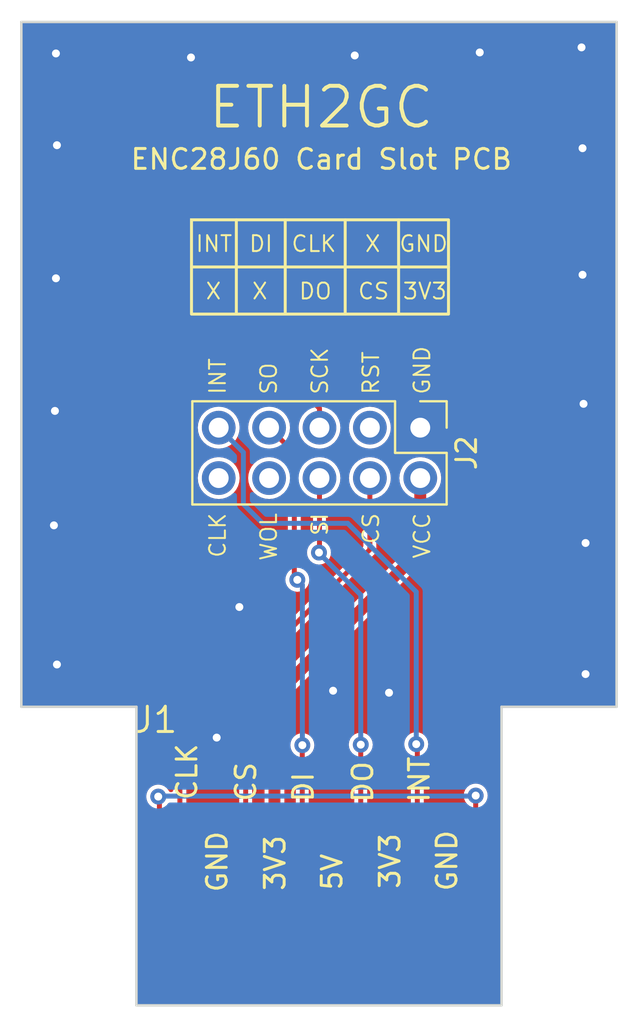
<source format=kicad_pcb>
(kicad_pcb (version 20221018) (generator pcbnew)
  (layers (0 "F.Cu" signal) (31 "B.Cu" signal) (34 "B.Paste" user) (35 "F.Paste" user) (36 "B.SilkS" user "B.Silkscreen") (37 "F.SilkS" user "F.Silkscreen") (38 "B.Mask" user) (39 "F.Mask" user) (44 "Edge.Cuts" user))
  (net 0 "")
  (net 1 "Net-(J1-EXTIN)")
  (net 5 "/SCK")
  (net 6 "/GND")
  (net 7 "/CS")
  (net 8 "/VCC")
  (net 9 "/SO")
  (net 10 "/SI")
  (net 11 "/INT")
  (net 12 "/RST")
  (net 13 "/WOL")
  (net 14 "/CLK")
  (footprint "Library:GC_MEMCARD" (layer "F.Cu") (at 130.048 122.809)
    (fp_text reference "J1" (at 0.9144 -14.3256) (layer "F.SilkS") (effects (font (size 1.27 1.27))))
    (fp_text value "~")
    (pad "1" smd rect (at 17.05 -7.58) (size 1.187403 3.771756) (layers "F.Cu" "F.Mask") (net 1 "Net-(J1-EXTIN)"))
    (pad "2" smd rect (at 15.6 -2.78) (size 1.187403 4.679771) (layers "F.Cu" "F.Mask"))
    (pad "3" smd rect (at 14.1 -7.38) (size 1.187403 4.19084) (layers "F.Cu" "F.Mask") (net 11 "/INT"))
    (pad "4" smd rect (at 12.7 -3.03) (size 1.187403 4.19084) (layers "F.Cu" "F.Mask"))
    (pad "5" smd rect (at 11.25 -7.38) (size 1.187403 4.19084) (layers "F.Cu" "F.Mask") (net 10 "/SI"))
    (pad "6" smd rect (at 9.8 -3.03) (size 1.187403 4.19084) (layers "F.Cu" "F.Mask"))
    (pad "7" smd rect (at 8.3 -7.38) (size 1.187403 4.19084) (layers "F.Cu" "F.Mask") (net 9 "/SO"))
    (pad "8" smd rect (at 6.9 -3.03) (size 1.187403 4.19084) (layers "F.Cu" "F.Mask") (net 8 "/VCC"))
    (pad "9" smd rect (at 5.45 -7.38) (size 1.187403 4.19084) (layers "F.Cu" "F.Mask") (net 7 "/CS"))
    (pad "10" smd rect (at 4 -2.83) (size 1.187403 4.679771) (layers "F.Cu" "F.Mask") (net 6 "/GND"))
    (pad "11" smd rect (at 2.5 -7.38) (size 1.187403 4.19084) (layers "F.Cu" "F.Mask") (net 5 "/SCK"))
    (pad "12" smd rect (at 1.1 -3.58) (size 1.187403 3.143131) (layers "F.Cu" "F.Mask") (net 1 "Net-(J1-EXTIN)"))
  )
  (footprint "Connector_PinHeader_2.54mm:PinHeader_2x05_P2.54mm_Vertical" (layer "F.Cu") (at 144.2974 93.758 -90)
    (fp_text reference "J2" (at 1.27 -2.33 90) (layer "F.SilkS"))
    (fp_text value "Conn_02x05_Odd_Even")
    (fp_line (start -1.33 -1.33) (end 0 -1.33) (stroke (width 0.12)) (layer "F.SilkS"))
    (fp_line (start -1.33 0) (end -1.33 -1.33) (stroke (width 0.12)) (layer "F.SilkS"))
    (fp_line (start -1.33 1.27) (end -1.33 11.49) (stroke (width 0.12)) (layer "F.SilkS"))
    (fp_line (start -1.33 1.27) (end 1.27 1.27) (stroke (width 0.12)) (layer "F.SilkS"))
    (fp_line (start -1.33 11.49) (end 3.87 11.49) (stroke (width 0.12)) (layer "F.SilkS"))
    (fp_line (start 1.27 -1.33) (end 3.87 -1.33) (stroke (width 0.12)) (layer "F.SilkS"))
    (fp_line (start 1.27 1.27) (end 1.27 -1.33) (stroke (width 0.12)) (layer "F.SilkS"))
    (fp_line (start 3.87 -1.33) (end 3.87 11.49) (stroke (width 0.12)) (layer "F.SilkS"))
    (pad "1" thru_hole rect (at 0 0 270) (size 1.7 1.7) (drill 1) (layers "*.Cu" "*.Mask") (net 6 "/GND"))
    (pad "2" thru_hole oval (at 2.54 0 270) (size 1.7 1.7) (drill 1) (layers "*.Cu" "*.Mask") (net 8 "/VCC"))
    (pad "3" thru_hole oval (at 0 2.54 270) (size 1.7 1.7) (drill 1) (layers "*.Cu" "*.Mask") (net 12 "/RST"))
    (pad "4" thru_hole oval (at 2.54 2.54 270) (size 1.7 1.7) (drill 1) (layers "*.Cu" "*.Mask") (net 7 "/CS"))
    (pad "5" thru_hole oval (at 0 5.08 270) (size 1.7 1.7) (drill 1) (layers "*.Cu" "*.Mask") (net 5 "/SCK"))
    (pad "6" thru_hole oval (at 2.54 5.08 270) (size 1.7 1.7) (drill 1) (layers "*.Cu" "*.Mask") (net 10 "/SI"))
    (pad "7" thru_hole oval (at 0 7.62 270) (size 1.7 1.7) (drill 1) (layers "*.Cu" "*.Mask") (net 9 "/SO"))
    (pad "8" thru_hole oval (at 2.54 7.62 270) (size 1.7 1.7) (drill 1) (layers "*.Cu" "*.Mask") (net 13 "/WOL"))
    (pad "9" thru_hole oval (at 0 10.16 270) (size 1.7 1.7) (drill 1) (layers "*.Cu" "*.Mask") (net 11 "/INT"))
    (pad "10" thru_hole oval (at 2.54 10.16 270) (size 1.7 1.7) (drill 1) (layers "*.Cu" "*.Mask") (net 14 "/CLK"))
  )
  (gr_rect (start 132.7658 83.2866) (end 145.7198 88.0364) (stroke (width 0.15)) (fill none) (layer "F.SilkS"))
  (gr_line (start 143.2052 83.2866) (end 143.2052 87.9602) (stroke (width 0.15)) (layer "F.SilkS"))
  (gr_line (start 135.0264 83.2866) (end 135.0264 88.011) (stroke (width 0.15)) (layer "F.SilkS"))
  (gr_line (start 140.5128 88.0364) (end 140.5128 83.2866) (stroke (width 0.15)) (layer "F.SilkS"))
  (gr_line (start 132.7658 85.6615) (end 145.7198 85.6615) (stroke (width 0.15)) (layer "F.SilkS"))
  (gr_line (start 137.4902 83.2866) (end 137.4902 88.011) (stroke (width 0.15)) (layer "F.SilkS"))
  (gr_line (start 154.1907 107.82046) (end 154.1907 73.31964) (stroke (width 0.127)) (layer "Edge.Cuts"))
  (gr_line (start 129.99212 122.8598) (end 148.39188 122.8598) (stroke (width 0.127)) (layer "Edge.Cuts"))
  (gr_line (start 148.39188 122.8598) (end 148.39188 107.82046) (stroke (width 0.127)) (layer "Edge.Cuts"))
  (gr_line (start 124.19076 73.31964) (end 124.19076 107.82046) (stroke (width 0.127)) (layer "Edge.Cuts"))
  (gr_line (start 154.1907 73.31964) (end 124.19076 73.31964) (stroke (width 0.127)) (layer "Edge.Cuts"))
  (gr_line (start 124.19076 107.82046) (end 129.99212 107.82046) (stroke (width 0.127)) (layer "Edge.Cuts"))
  (gr_line (start 148.39188 107.82046) (end 154.1907 107.82046) (stroke (width 0.127)) (layer "Edge.Cuts"))
  (gr_line (start 129.99212 107.82046) (end 129.99212 122.8598) (stroke (width 0.127)) (layer "Edge.Cuts"))
  (gr_text "GND" (at 143.1798 84.963) (layer "F.SilkS") (effects (font (size 0.8 0.8) (thickness 0.1)) (justify left bottom)))
  (gr_text "DO\n" (at 138.1252 87.3506) (layer "F.SilkS") (effects (font (size 0.8 0.8) (thickness 0.1)) (justify left bottom)))
  (gr_text "INT\n\nSO\n\nSCK\n\nRST\n\nGND" (at 144.8562 92.1512 90) (layer "F.SilkS") (effects (font (size 0.8 0.8) (thickness 0.1)) (justify left bottom)))
  (gr_text "CLK" (at 133.1214 112.5982 90) (layer "F.SilkS") (effects (font (size 1 1)) (justify left bottom)))
  (gr_text "GND\n" (at 146.2278 117.1956 90) (layer "F.SilkS") (effects (font (size 1 1)) (justify left bottom)))
  (gr_text "DO\n" (at 141.986 112.7252 90) (layer "F.SilkS") (effects (font (size 1 1)) (justify left bottom)))
  (gr_text "X" (at 141.4526 84.963) (layer "F.SilkS") (effects (font (size 0.8 0.8) (thickness 0.1)) (justify left bottom)))
  (gr_text "X" (at 133.4262 87.3506) (layer "F.SilkS") (effects (font (size 0.8 0.8) (thickness 0.1)) (justify left bottom)))
  (gr_text "DI\n" (at 138.9888 112.6998 90) (layer "F.SilkS") (effects (font (size 1 1)) (justify left bottom)))
  (gr_text "3V3\n" (at 143.3576 117.0686 90) (layer "F.SilkS") (effects (font (size 1 1)) (justify left bottom)))
  (gr_text "5V" (at 140.4366 117.1448 90) (layer "F.SilkS") (effects (font (size 1 1)) (justify left bottom)))
  (gr_text "X" (at 135.763 87.3506) (layer "F.SilkS") (effects (font (size 0.8 0.8) (thickness 0.1)) (justify left bottom)))
  (gr_text "DI" (at 135.6106 84.963) (layer "F.SilkS") (effects (font (size 0.8 0.8) (thickness 0.1)) (justify left bottom)))
  (gr_text "ETH2GC" (at 133.5024 78.7908) (layer "F.SilkS") (effects (font (size 2 2) (thickness 0.2) bold) (justify left bottom)))
  (gr_text "3V3" (at 143.3576 87.3506) (layer "F.SilkS") (effects (font (size 0.8 0.8) (thickness 0.1)) (justify left bottom)))
  (gr_text "3V3\n" (at 137.5664 117.1702 90) (layer "F.SilkS") (effects (font (size 1 1)) (justify left bottom)))
  (gr_text "GND\n" (at 134.6454 117.2464 90) (layer "F.SilkS") (effects (font (size 1 1)) (justify left bottom)))
  (gr_text "INT\n" (at 144.8308 112.7252 90) (layer "F.SilkS") (effects (font (size 1 1)) (justify left bottom)))
  (gr_text "CS\n" (at 136.0932 112.6744 90) (layer "F.SilkS") (effects (font (size 1 1)) (justify left bottom)))
  (gr_text "CLK\n\nWOL\n\nSI\n\nCS\n\nVCC" (at 144.8562 97.9932 90) (layer "F.SilkS") (effects (font (size 0.8 0.8) (thickness 0.1)) (justify right bottom)))
  (gr_text "CLK" (at 137.7442 84.963) (layer "F.SilkS") (effects (font (size 0.8 0.8) (thickness 0.1)) (justify left bottom)))
  (gr_text "INT\n" (at 132.9182 84.963) (layer "F.SilkS") (effects (font (size 0.8 0.8) (thickness 0.1)) (justify left bottom)))
  (gr_text "CS" (at 141.097 87.3506) (layer "F.SilkS") (effects (font (size 0.8 0.8) (thickness 0.1)) (justify left bottom)))
  (gr_text "ENC28J60 Card Slot PCB" (at 129.6162 80.8228) (layer "F.SilkS") (effects (font (size 1 1)) (justify left bottom)))
  (segment (start 147.0914 115.2224) (end 147.098 115.229) (width 0.25) (layer "F.Cu") (net 1))
  (segment (start 131.148 119.229) (end 131.148 112.4028) (width 0.25) (layer "F.Cu") (net 1))
  (segment (start 147.0914 112.2934) (end 147.0914 115.2224) (width 0.25) (layer "F.Cu") (net 1))
  (segment (start 131.148 112.4028) (end 131.0894 112.3442) (width 0.25) (layer "F.Cu") (net 1))
  (via (at 147.0914 112.2934) (size 0.8) (drill 0.4) (layers "F.Cu" "B.Cu") (net 1))
  (via (at 131.0894 112.3442) (size 0.8) (drill 0.4) (layers "F.Cu" "B.Cu") (net 1))
  (segment (start 147.0914 112.2934) (end 147.066 112.3188) (width 0.25) (layer "B.Cu") (net 1))
  (segment (start 131.1148 112.3188) (end 131.0894 112.3442) (width 0.25) (layer "B.Cu") (net 1))
  (segment (start 147.066 112.3188) (end 131.1148 112.3188) (width 0.25) (layer "B.Cu") (net 1))
  (segment (start 132.1816 115.0626) (end 132.548 115.429) (width 0.25) (layer "F.Cu") (net 5))
  (segment (start 139.2174 92.7862) (end 138.7094 92.2782) (width 0.25) (layer "F.Cu") (net 5))
  (segment (start 133.1976 92.2782) (end 132.1816 93.2942) (width 0.25) (layer "F.Cu") (net 5))
  (segment (start 139.2174 93.758) (end 139.2174 92.7862) (width 0.25) (layer "F.Cu") (net 5))
  (segment (start 138.7094 92.2782) (end 133.1976 92.2782) (width 0.25) (layer "F.Cu") (net 5))
  (segment (start 132.1816 93.2942) (end 132.1816 115.0626) (width 0.25) (layer "F.Cu") (net 5))
  (segment (start 134.048 119.979) (end 134.048 109.3846) (width 0.6) (layer "F.Cu") (net 6))
  (segment (start 134.048 109.3846) (end 134.0358 109.3724) (width 0.25) (layer "F.Cu") (net 6))
  (via (at 135.1788 102.7938) (size 0.8) (drill 0.4) (layers "F.Cu" "B.Cu") (net 6))
  (via (at 125.9332 74.9046) (size 0.8) (drill 0.4) (layers "F.Cu" "B.Cu") (net 6))
  (via (at 125.8316 98.679) (size 0.8) (drill 0.4) (layers "F.Cu" "B.Cu") (net 6))
  (via (at 152.4762 79.6798) (size 0.8) (drill 0.4) (layers "F.Cu" "B.Cu") (net 6))
  (via (at 125.984 79.5274) (size 0.8) (drill 0.4) (layers "F.Cu" "B.Cu") (net 6))
  (via (at 152.6286 106.172) (size 0.8) (drill 0.4) (layers "F.Cu" "B.Cu") (net 6))
  (via (at 125.8824 92.9132) (size 0.8) (drill 0.4) (layers "F.Cu" "B.Cu") (net 6))
  (via (at 132.7404 75.1078) (size 0.8) (drill 0.4) (layers "F.Cu" "B.Cu") (net 6))
  (via (at 139.9032 107.0102) (size 0.8) (drill 0.4) (layers "F.Cu" "B.Cu") (net 6))
  (via (at 147.2946 74.8538) (size 0.8) (drill 0.4) (layers "F.Cu" "B.Cu") (net 6))
  (via (at 125.9332 86.233) (size 0.8) (drill 0.4) (layers "F.Cu" "B.Cu") (net 6))
  (via (at 134.0358 109.3724) (size 0.8) (drill 0.4) (layers "F.Cu" "B.Cu") (net 6))
  (via (at 125.984 105.6894) (size 0.8) (drill 0.4) (layers "F.Cu" "B.Cu") (net 6))
  (via (at 152.6286 99.568) (size 0.8) (drill 0.4) (layers "F.Cu" "B.Cu") (net 6))
  (via (at 142.7226 107.1118) (size 0.8) (drill 0.4) (layers "F.Cu" "B.Cu") (net 6))
  (via (at 152.4762 86.0552) (size 0.8) (drill 0.4) (layers "F.Cu" "B.Cu") (net 6))
  (via (at 152.527 92.5576) (size 0.8) (drill 0.4) (layers "F.Cu" "B.Cu") (net 6))
  (via (at 140.9954 75.0062) (size 0.8) (drill 0.4) (layers "F.Cu" "B.Cu") (net 6))
  (via (at 152.4254 74.5998) (size 0.8) (drill 0.4) (layers "F.Cu" "B.Cu") (net 6))
  (segment (start 142.8496 91.4908) (end 144.2974 92.9386) (width 0.6) (layer "B.Cu") (net 6))
  (segment (start 130.6068 101.9048) (end 130.6068 93.2942) (width 0.6) (layer "B.Cu") (net 6))
  (segment (start 134.0358 105.3338) (end 130.6068 101.9048) (width 0.6) (layer "B.Cu") (net 6))
  (segment (start 130.6068 93.2942) (end 132.4102 91.4908) (width 0.6) (layer "B.Cu") (net 6))
  (segment (start 144.2974 92.9386) (end 144.2974 93.758) (width 0.6) (layer "B.Cu") (net 6))
  (segment (start 132.4102 91.4908) (end 142.8496 91.4908) (width 0.6) (layer "B.Cu") (net 6))
  (segment (start 134.0358 109.3724) (end 134.0358 105.3338) (width 0.6) (layer "B.Cu") (net 6))
  (segment (start 135.498 106.1576) (end 135.498 115.429) (width 0.25) (layer "F.Cu") (net 7))
  (segment (start 141.7574 96.298) (end 141.7574 99.8982) (width 0.25) (layer "F.Cu") (net 7))
  (segment (start 141.7574 99.8982) (end 135.498 106.1576) (width 0.25) (layer "F.Cu") (net 7))
  (segment (start 136.948 107.2984) (end 136.948 119.779) (width 0.6) (layer "F.Cu") (net 8))
  (segment (start 144.2974 96.298) (end 144.2974 99.949) (width 0.6) (layer "F.Cu") (net 8))
  (segment (start 144.2974 99.949) (end 136.948 107.2984) (width 0.6) (layer "F.Cu") (net 8))
  (segment (start 137.9474 101.2698) (end 137.9474 95.028) (width 0.25) (layer "F.Cu") (net 9))
  (segment (start 137.9474 95.028) (end 136.6774 93.758) (width 0.25) (layer "F.Cu") (net 9))
  (segment (start 138.0998 101.4222) (end 137.9474 101.2698) (width 0.25) (layer "F.Cu") (net 9))
  (segment (start 138.3538 109.7534) (end 138.348 109.7592) (width 0.25) (layer "F.Cu") (net 9))
  (segment (start 138.348 109.7592) (end 138.348 115.429) (width 0.25) (layer "F.Cu") (net 9))
  (via (at 138.3538 109.7534) (size 0.8) (drill 0.4) (layers "F.Cu" "B.Cu") (net 9))
  (via (at 138.0998 101.4222) (size 0.8) (drill 0.4) (layers "F.Cu" "B.Cu") (net 9))
  (segment (start 138.3538 109.7534) (end 138.3538 101.6762) (width 0.25) (layer "B.Cu") (net 9))
  (segment (start 138.3538 101.6762) (end 138.0998 101.4222) (width 0.25) (layer "B.Cu") (net 9))
  (segment (start 139.192 100.0506) (end 139.2174 100.0252) (width 0.25) (layer "F.Cu") (net 10))
  (segment (start 139.2174 100.0252) (end 139.2174 96.298) (width 0.25) (layer "F.Cu") (net 10))
  (segment (start 141.298 109.728) (end 141.298 115.429) (width 0.25) (layer "F.Cu") (net 10))
  (via (at 139.192 100.0506) (size 0.8) (drill 0.4) (layers "F.Cu" "B.Cu") (net 10))
  (via (at 141.298 109.728) (size 0.8) (drill 0.4) (layers "F.Cu" "B.Cu") (net 10))
  (segment (start 139.192 100.076) (end 139.192 100.0506) (width 0.25) (layer "B.Cu") (net 10))
  (segment (start 141.298 109.728) (end 141.298 102.182) (width 0.25) (layer "B.Cu") (net 10))
  (segment (start 141.298 102.182) (end 139.192 100.076) (width 0.25) (layer "B.Cu") (net 10))
  (segment (start 144.0942 109.7026) (end 144.148 109.7564) (width 0.25) (layer "F.Cu") (net 11))
  (segment (start 144.148 109.7564) (end 144.148 115.429) (width 0.25) (layer "F.Cu") (net 11))
  (via (at 144.0942 109.7026) (size 0.8) (drill 0.4) (layers "F.Cu" "B.Cu") (net 11))
  (segment (start 136.3472 98.5774) (end 135.382 97.6122) (width 0.25) (layer "B.Cu") (net 11))
  (segment (start 135.382 97.6122) (end 135.382 95.0026) (width 0.25) (layer "B.Cu") (net 11))
  (segment (start 140.6398 98.5774) (end 136.3472 98.5774) (width 0.25) (layer "B.Cu") (net 11))
  (segment (start 135.382 95.0026) (end 134.1374 93.758) (width 0.25) (layer "B.Cu") (net 11))
  (segment (start 144.0942 102.0318) (end 140.6398 98.5774) (width 0.25) (layer "B.Cu") (net 11))
  (segment (start 144.0942 109.7026) (end 144.0942 102.0318) (width 0.25) (layer "B.Cu") (net 11))
  (zone (net 6) (net_name "/GND") (layers "F&B.Cu") (connect_pads yes (clearance 0)) (min_thickness 0.25) (fill yes (thermal_gap 0.5) (thermal_bridge_width 0.5))
    (polygon (pts (xy 123.1138 72.2122) (xy 155.4734 72.2122) (xy 155.0924 108.8136) (xy 149.1234 108.8136) (xy 149.1996 123.2662) (xy 129.2098 123.2662) (xy 129.2098 109.0422) (xy 123.1138 109.1184)))
  )
)
</source>
